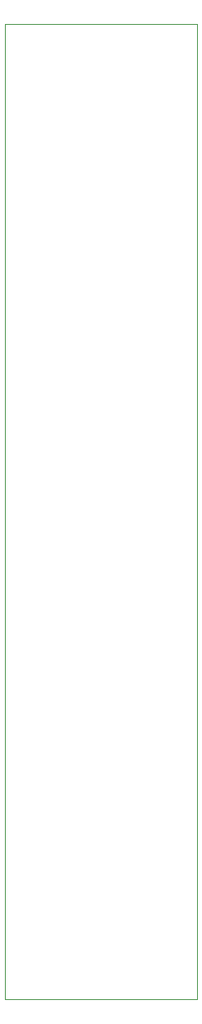
<source format=gm1>
G04 #@! TF.GenerationSoftware,KiCad,Pcbnew,(6.0.0)*
G04 #@! TF.CreationDate,2022-06-27T08:37:14-07:00*
G04 #@! TF.ProjectId,sen,73656e2e-6b69-4636-9164-5f7063625858,rev?*
G04 #@! TF.SameCoordinates,Original*
G04 #@! TF.FileFunction,Profile,NP*
%FSLAX46Y46*%
G04 Gerber Fmt 4.6, Leading zero omitted, Abs format (unit mm)*
G04 Created by KiCad (PCBNEW (6.0.0)) date 2022-06-27 08:37:14*
%MOMM*%
%LPD*%
G01*
G04 APERTURE LIST*
G04 #@! TA.AperFunction,Profile*
%ADD10C,0.100000*%
G04 #@! TD*
G04 APERTURE END LIST*
D10*
X143608048Y-139065000D02*
X163293048Y-139065000D01*
X163293048Y-139065000D02*
X163293048Y-39370000D01*
X163293048Y-39370000D02*
X143608048Y-39370000D01*
X143608048Y-39370000D02*
X143608048Y-139065000D01*
M02*

</source>
